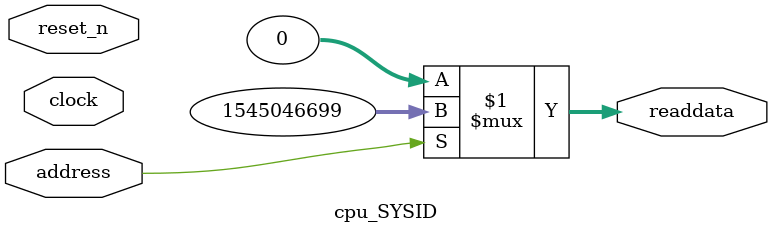
<source format=v>

`timescale 1ns / 1ps
// synthesis translate_on

// turn off superfluous verilog processor warnings 
// altera message_level Level1 
// altera message_off 10034 10035 10036 10037 10230 10240 10030 

module cpu_SYSID (
               // inputs:
                address,
                clock,
                reset_n,

               // outputs:
                readdata
             )
;

  output  [ 31: 0] readdata;
  input            address;
  input            clock;
  input            reset_n;

  wire    [ 31: 0] readdata;
  //control_slave, which is an e_avalon_slave
  assign readdata = address ? 1545046699 : 0;

endmodule




</source>
